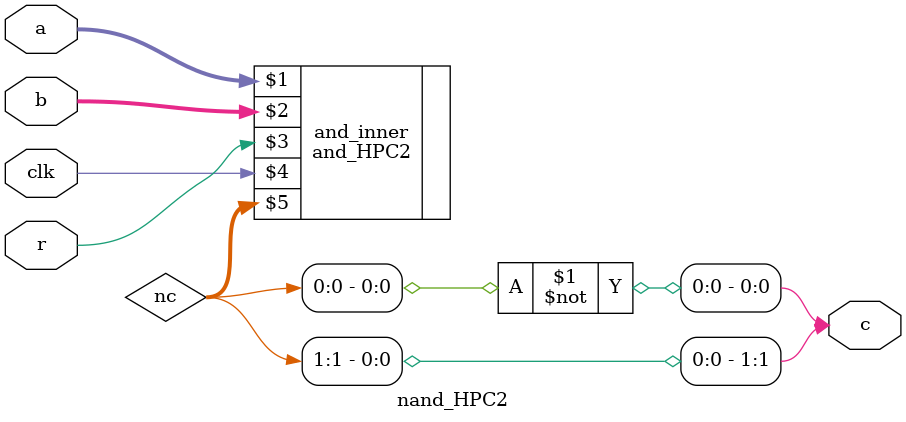
<source format=v>
module nand_HPC2 #(parameter security_order=1, parameter pipeline=1) (a, b, r, clk, c);

localparam rnd = security_order*(security_order+1)/2;


input wire [security_order:0] a, b;
input wire [rnd-1:0] r;
input wire clk;
output wire [security_order:0] c;

wire [security_order:0] nc;

and_HPC2 #(security_order, pipeline) and_inner(a, b, r, clk, nc);

assign c[0] = ~nc[0];
assign c[security_order:1] = nc[security_order:1];

endmodule

</source>
